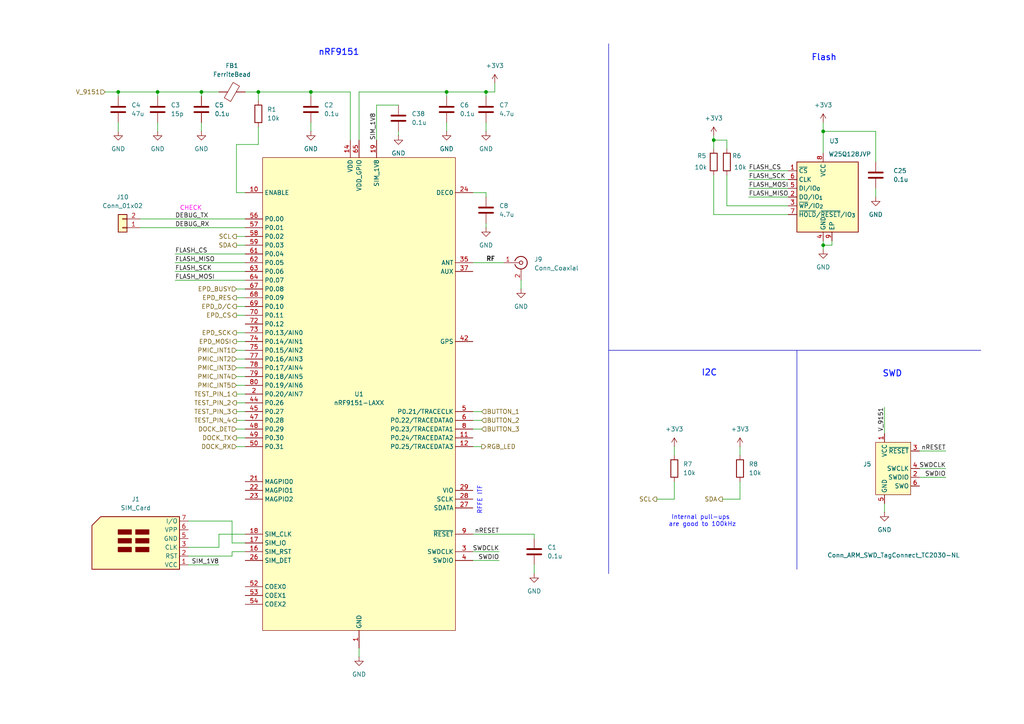
<source format=kicad_sch>
(kicad_sch (version 20250114) (generator "eeschema") (generator_version "9.0")
  (paper "A4")
  (lib_symbols
    (symbol "Connector:Conn_ARM_SWD_TagConnect_TC2030-NL" (in_bom no)
      (property "Reference" "J" (at 2.54 11.43 0))
      (property "Value" "Conn_ARM_SWD_TagConnect_TC2030-NL" (at 2.54 8.89 0))
      (symbol "Conn_ARM_SWD_TagConnect_TC2030-NL_0_0"
        (pin power_in line (at -2.54 10.16 270) (length 2.54) (name "VCC") (number "1"))
        (pin power_in line (at -2.54 -10.16 90) (length 2.54) (name "GND") (number "5"))
        (pin open_collector line (at 7.62 5.08 180) (length 2.54) (name "~{RESET}") (number "3"))
        (pin output line (at 7.62 0 180) (length 2.54) (name "SWCLK") (number "4"))
        (pin bidirectional line (at 7.62 -2.54 180) (length 2.54) (name "SWDIO") (number "2"))
        (pin input line (at 7.62 -5.08 180) (length 2.54) (name "SWO") (number "6"))
      )
      (symbol "Conn_ARM_SWD_TagConnect_TC2030-NL_0_1"
        (rectangle (start -5.08 7.62) (end 5.08 -7.62) (fill (type background)))
      )
    )
    (symbol "Connector:Conn_Coaxial" (pin_names (offset 1.016) (hide yes))
      (property "Reference" "J" (at 0.254 3.048 0))
      (property "Value" "Conn_Coaxial" (at 2.921 0 90))
      (symbol "Conn_Coaxial_0_1"
        (polyline (pts (xy -2.54 0) (xy -0.508 0)))
        (arc (start 1.778 0) (mid 0.222 -1.8079) (end -1.778 -0.508) (stroke (width 0.254)))
        (arc (start -1.778 0.508) (mid 0.2221 1.8084) (end 1.778 0) (stroke (width 0.254)))
        (circle (center 0 0) (radius 0.508) (stroke (width 0.2032)))
        (polyline (pts (xy 0 -2.54) (xy 0 -1.778)))
      )
      (symbol "Conn_Coaxial_1_1"
        (pin passive line (at -5.08 0 0) (length 2.54) (name "In") (number "1"))
        (pin passive line (at 0 -5.08 90) (length 2.54) (name "Ext") (number "2"))
      )
    )
    (symbol "Connector:SIM_Card"
      (property "Reference" "J" (at -2.54 12.7 0))
      (property "Value" "SIM_Card" (at -1.27 10.16 0))
      (symbol "SIM_Card_0_1"
        (polyline (pts (xy -10.16 8.89) (xy 15.24 8.89) (xy 15.24 -3.81) (xy 12.7 -6.35) (xy -10.16 -6.35) (xy -10.16 8.89)) (stroke (width 0.254)) (fill (type background)))
        (rectangle (start -1.27 2.54) (end 2.54 3.81) (stroke (width 0.254)) (fill (type outline)))
        (rectangle (start -1.27 0) (end 2.54 1.27) (stroke (width 0.254)) (fill (type outline)))
        (rectangle (start -1.27 -2.54) (end 2.54 -1.27) (stroke (width 0.254)) (fill (type outline)))
        (rectangle (start 3.81 2.54) (end 7.62 3.81) (stroke (width 0.254)) (fill (type outline)))
        (rectangle (start 3.81 0) (end 7.62 1.27) (stroke (width 0.254)) (fill (type outline)))
        (rectangle (start 3.81 -1.27) (end 7.62 -2.54) (stroke (width 0.254)) (fill (type outline)))
      )
      (symbol "SIM_Card_1_1"
        (pin power_in line (at -12.7 7.62 0) (length 2.54) (name "VCC") (number "1"))
        (pin input line (at -12.7 5.08 0) (length 2.54) (name "RST") (number "2"))
        (pin input line (at -12.7 2.54 0) (length 2.54) (name "CLK") (number "3"))
        (pin power_in line (at -12.7 0 0) (length 2.54) (name "GND") (number "5"))
        (pin input line (at -12.7 -2.54 0) (length 2.54) (name "VPP") (number "6"))
        (pin bidirectional line (at -12.7 -5.08 0) (length 2.54) (name "I/O") (number "7"))
      )
    )
    (symbol "Connector_Generic:Conn_01x02" (pin_names (offset 1.016) (hide yes))
      (property "Reference" "J" (at 0 2.54 0))
      (property "Value" "Conn_01x02" (at 0 -5.08 0))
      (symbol "Conn_01x02_1_1"
        (rectangle (start -1.27 1.27) (end 1.27 -3.81) (stroke (width 0.254)) (fill (type background)))
        (rectangle (start -1.27 0.127) (end 0 -0.127) (stroke (width 0.1524)))
        (rectangle (start -1.27 -2.413) (end 0 -2.667) (stroke (width 0.1524)))
        (pin passive line (at -5.08 0 0) (length 3.81) (name "Pin_1") (number "1"))
        (pin passive line (at -5.08 -2.54 0) (length 3.81) (name "Pin_2") (number "2"))
      )
    )
    (symbol "Device:C" (pin_numbers (hide yes)) (pin_names (offset 0.254))
      (property "Reference" "C" (at 0.635 2.54 0))
      (property "Value" "C" (at 0.635 -2.54 0))
      (symbol "C_0_1"
        (polyline (pts (xy -2.032 0.762) (xy 2.032 0.762)) (stroke (width 0.508)))
        (polyline (pts (xy -2.032 -0.762) (xy 2.032 -0.762)) (stroke (width 0.508)))
      )
      (symbol "C_1_1"
        (pin passive line (at 0 3.81 270) (length 2.794) (name "~") (number "1"))
        (pin passive line (at 0 -3.81 90) (length 2.794) (name "~") (number "2"))
      )
    )
    (symbol "Device:FerriteBead" (pin_numbers (hide yes)) (pin_names (offset 0))
      (property "Reference" "FB" (at -3.81 0.635 90))
      (property "Value" "FerriteBead" (at 3.81 0 90))
      (symbol "FerriteBead_0_1"
        (polyline (pts (xy -2.7686 0.4064) (xy -1.7018 2.2606) (xy 2.7686 -0.3048) (xy 1.6764 -2.159) (xy -2.7686 0.4064)))
        (polyline (pts (xy 0 1.27) (xy 0 1.2954)))
        (polyline (pts (xy 0 -1.27) (xy 0 -1.2192)))
      )
      (symbol "FerriteBead_1_1"
        (pin passive line (at 0 3.81 270) (length 2.54) (name "~") (number "1"))
        (pin passive line (at 0 -3.81 90) (length 2.54) (name "~") (number "2"))
      )
    )
    (symbol "Device:R" (pin_numbers (hide yes)) (pin_names (offset 0))
      (property "Reference" "R" (at 2.032 0 90))
      (property "Value" "R" (at 0 0 90))
      (symbol "R_0_1"
        (rectangle (start -1.016 -2.54) (end 1.016 2.54) (stroke (width 0.254)))
      )
      (symbol "R_1_1"
        (pin passive line (at 0 3.81 270) (length 1.27) (name "~") (number "1"))
        (pin passive line (at 0 -3.81 90) (length 1.27) (name "~") (number "2"))
      )
    )
    (symbol "Memory_Flash:W25Q128JVP"
      (property "Reference" "U" (at -6.35 11.43 0))
      (property "Value" "W25Q128JVP" (at 7.62 11.43 0))
      (symbol "W25Q128JVP_0_1"
        (rectangle (start -7.62 10.16) (end 10.16 -10.16) (stroke (width 0.254)) (fill (type background)))
      )
      (symbol "W25Q128JVP_1_1"
        (pin input line (at -10.16 7.62 0) (length 2.54) (name "~{CS}") (number "1"))
        (pin input line (at -10.16 5.08 0) (length 2.54) (name "CLK") (number "6"))
        (pin bidirectional line (at -10.16 2.54 0) (length 2.54) (name "DI/IO_{0}") (number "5"))
        (pin bidirectional line (at -10.16 0 0) (length 2.54) (name "DO/IO_{1}") (number "2"))
        (pin bidirectional line (at -10.16 -2.54 0) (length 2.54) (name "~{WP}/IO_{2}") (number "3"))
        (pin bidirectional line (at -10.16 -5.08 0) (length 2.54) (name "~{HOLD}/~{RESET}/IO_{3}") (number "7"))
        (pin power_in line (at 0 12.7 270) (length 2.54) (name "VCC") (number "8"))
        (pin power_in line (at 0 -12.7 90) (length 2.54) (name "GND") (number "4"))
        (pin passive line (at 2.54 -12.7 90) (length 2.54) (name "EP") (number "9"))
      )
    )
    (symbol "nordic-lib-kicad-nrf9:nRF9151-LAXX"
      (property "Reference" "U" (at 0 0 0))
      (property "Value" "nRF9151-LAXX" (at 0 -2.54 0))
      (symbol "nRF9151-LAXX_0_0"
        (pin input line (at -33.02 58.42 0) (length 5.08) (name "ENABLE") (number "10"))
        (pin bidirectional line (at -33.02 48.26 0) (length 5.08) (name "P0.01") (number "57"))
        (pin bidirectional line (at -33.02 45.72 0) (length 5.08) (name "P0.02") (number "58"))
        (pin bidirectional line (at -33.02 43.18 0) (length 5.08) (name "P0.03") (number "59"))
        (pin bidirectional line (at -33.02 40.64 0) (length 5.08) (name "P0.04") (number "61"))
        (pin bidirectional line (at -33.02 38.1 0) (length 5.08) (name "P0.05") (number "62"))
        (pin bidirectional line (at -33.02 35.56 0) (length 5.08) (name "P0.06") (number "63"))
        (pin bidirectional line (at -33.02 33.02 0) (length 5.08) (name "P0.07") (number "64"))
        (pin bidirectional line (at -33.02 30.48 0) (length 5.08) (name "P0.08") (number "67"))
        (pin bidirectional line (at -33.02 27.94 0) (length 5.08) (name "P0.09") (number "68"))
        (pin bidirectional line (at -33.02 25.4 0) (length 5.08) (name "P0.10") (number "69"))
        (pin bidirectional line (at -33.02 22.86 0) (length 5.08) (name "P0.11") (number "70"))
        (pin bidirectional line (at -33.02 20.32 0) (length 5.08) (name "P0.12") (number "72"))
        (pin bidirectional line (at -33.02 17.78 0) (length 5.08) (name "P0.13/AIN0") (number "73"))
        (pin bidirectional line (at -33.02 15.24 0) (length 5.08) (name "P0.14/AIN1") (number "74"))
        (pin bidirectional line (at -33.02 12.7 0) (length 5.08) (name "P0.15/AIN2") (number "75"))
        (pin bidirectional line (at -33.02 10.16 0) (length 5.08) (name "P0.16/AIN3") (number "77"))
        (pin bidirectional line (at -33.02 7.62 0) (length 5.08) (name "P0.17/AIN4") (number "78"))
        (pin bidirectional line (at -33.02 5.08 0) (length 5.08) (name "P0.18/AIN5") (number "79"))
        (pin bidirectional line (at -33.02 2.54 0) (length 5.08) (name "P0.19/AIN6") (number "80"))
        (pin bidirectional line (at -33.02 0 0) (length 5.08) (name "P0.20/AIN7") (number "2"))
        (pin bidirectional line (at -33.02 -2.54 0) (length 5.08) (name "P0.26") (number "44"))
        (pin bidirectional line (at -33.02 -5.08 0) (length 5.08) (name "P0.27") (number "45"))
        (pin bidirectional line (at -33.02 -7.62 0) (length 5.08) (name "P0.28") (number "47"))
        (pin bidirectional line (at -33.02 -10.16 0) (length 5.08) (name "P0.29") (number "48"))
        (pin bidirectional line (at -33.02 -12.7 0) (length 5.08) (name "P0.30") (number "49"))
        (pin bidirectional line (at -33.02 -15.24 0) (length 5.08) (name "P0.31") (number "50"))
        (pin bidirectional line (at -33.02 -25.4 0) (length 5.08) (name "MAGPIO0") (number "21"))
        (pin bidirectional line (at -33.02 -27.94 0) (length 5.08) (name "MAGPIO1") (number "22"))
        (pin bidirectional line (at -33.02 -30.48 0) (length 5.08) (name "MAGPIO2") (number "23"))
        (pin bidirectional line (at -33.02 -40.64 0) (length 5.08) (name "SIM_CLK") (number "18"))
        (pin bidirectional line (at -33.02 -43.18 0) (length 5.08) (name "SIM_IO") (number "17"))
        (pin bidirectional line (at -33.02 -45.72 0) (length 5.08) (name "SIM_RST") (number "16"))
        (pin bidirectional line (at -33.02 -48.26 0) (length 5.08) (name "SIM_DET") (number "26"))
        (pin bidirectional line (at -33.02 -55.88 0) (length 5.08) (name "COEX0") (number "52"))
        (pin bidirectional line (at -33.02 -58.42 0) (length 5.08) (name "COEX1") (number "53"))
        (pin bidirectional line (at -33.02 -60.96 0) (length 5.08) (name "COEX2") (number "54"))
        (pin no_connect line (at -25.4 -68.58 90) (length 5.08) (hide yes) (name "NC") (number "97"))
        (pin no_connect line (at -22.86 -68.58 90) (length 5.08) (hide yes) (name "NC") (number "88"))
        (pin no_connect line (at -20.32 -68.58 90) (length 5.08) (hide yes) (name "NC") (number "89"))
        (pin no_connect line (at -17.78 -68.58 90) (length 5.08) (hide yes) (name "NC") (number "90"))
        (pin no_connect line (at -15.24 -68.58 90) (length 5.08) (hide yes) (name "NC") (number "91"))
        (pin no_connect line (at -12.7 -68.58 90) (length 5.08) (hide yes) (name "NC") (number "92"))
        (pin no_connect line (at -10.16 -68.58 90) (length 5.08) (hide yes) (name "NC") (number "93"))
        (pin no_connect line (at -7.62 -68.58 90) (length 5.08) (hide yes) (name "NC") (number "94"))
        (pin no_connect line (at -5.08 -68.58 90) (length 5.08) (hide yes) (name "NC") (number "95"))
        (pin power_in line (at -2.54 73.66 270) (length 5.08) (name "VDD") (number "14"))
        (pin no_connect line (at -2.54 -68.58 90) (length 5.08) (hide yes) (name "NC") (number "96"))
        (pin power_in line (at 0 73.66 270) (length 5.08) (name "VDD_GPIO") (number "65"))
        (pin passive line (at 0 -73.66 90) (length 5.08) (hide yes) (name "GND") (number "105"))
        (pin passive line (at 0 -73.66 90) (length 5.08) (hide yes) (name "GND") (number "106"))
        (pin passive line (at 0 -73.66 90) (length 5.08) (hide yes) (name "GND") (number "107"))
        (pin passive line (at 0 -73.66 90) (length 5.08) (hide yes) (name "GND") (number "108"))
        (pin passive line (at 0 -73.66 90) (length 5.08) (hide yes) (name "GND") (number "109"))
        (pin passive line (at 0 -73.66 90) (length 5.08) (hide yes) (name "GND") (number "110"))
        (pin passive line (at 0 -73.66 90) (length 5.08) (hide yes) (name "GND") (number "111"))
        (pin passive line (at 0 -73.66 90) (length 5.08) (hide yes) (name "GND") (number "112"))
        (pin passive line (at 0 -73.66 90) (length 5.08) (hide yes) (name "GND") (number "113"))
        (pin passive line (at 0 -73.66 90) (length 5.08) (hide yes) (name "GND") (number "13"))
        (pin passive line (at 0 -73.66 90) (length 5.08) (hide yes) (name "GND") (number "15"))
        (pin passive line (at 0 -73.66 90) (length 5.08) (hide yes) (name "GND") (number "20"))
        (pin passive line (at 0 -73.66 90) (length 5.08) (hide yes) (name "GND") (number "25"))
        (pin passive line (at 0 -73.66 90) (length 5.08) (hide yes) (name "GND") (number "30"))
        (pin passive line (at 0 -73.66 90) (length 5.08) (hide yes) (name "GND") (number "34"))
        (pin passive line (at 0 -73.66 90) (length 5.08) (hide yes) (name "GND") (number "36"))
        (pin passive line (at 0 -73.66 90) (length 5.08) (hide yes) (name "GND") (number "38"))
        (pin passive line (at 0 -73.66 90) (length 5.08) (hide yes) (name "GND") (number "39"))
        (pin passive line (at 0 -73.66 90) (length 5.08) (hide yes) (name "GND") (number "40"))
        (pin passive line (at 0 -73.66 90) (length 5.08) (hide yes) (name "GND") (number "41"))
        (pin passive line (at 0 -73.66 90) (length 5.08) (hide yes) (name "GND") (number "43"))
        (pin passive line (at 0 -73.66 90) (length 5.08) (hide yes) (name "GND") (number "46"))
        (pin passive line (at 0 -73.66 90) (length 5.08) (hide yes) (name "GND") (number "51"))
        (pin passive line (at 0 -73.66 90) (length 5.08) (hide yes) (name "GND") (number "55"))
        (pin passive line (at 0 -73.66 90) (length 5.08) (hide yes) (name "GND") (number "60"))
        (pin passive line (at 0 -73.66 90) (length 5.08) (hide yes) (name "GND") (number "66"))
        (pin passive line (at 0 -73.66 90) (length 5.08) (hide yes) (name "GND") (number "7"))
        (pin passive line (at 0 -73.66 90) (length 5.08) (hide yes) (name "GND") (number "71"))
        (pin passive line (at 0 -73.66 90) (length 5.08) (hide yes) (name "GND") (number "76"))
        (pin power_in line (at 5.08 73.66 270) (length 5.08) (name "SIM_1V8") (number "19"))
        (pin no_connect line (at 10.16 -68.58 90) (length 5.08) (hide yes) (name "NC") (number "81"))
        (pin no_connect line (at 12.7 -68.58 90) (length 5.08) (hide yes) (name "NC") (number "82"))
        (pin no_connect line (at 15.24 -68.58 90) (length 5.08) (hide yes) (name "NC") (number "83"))
        (pin no_connect line (at 17.78 -68.58 90) (length 5.08) (hide yes) (name "NC") (number "84"))
        (pin no_connect line (at 20.32 -68.58 90) (length 5.08) (hide yes) (name "NC") (number "85"))
        (pin no_connect line (at 22.86 -68.58 90) (length 5.08) (hide yes) (name "NC") (number "86"))
        (pin no_connect line (at 25.4 -68.58 90) (length 5.08) (hide yes) (name "NC") (number "87"))
        (pin no_connect line (at 27.94 -50.8 180) (length 5.08) (hide yes) (name "NC") (number "102"))
        (pin no_connect line (at 27.94 -53.34 180) (length 5.08) (hide yes) (name "NC") (number "103"))
        (pin no_connect line (at 27.94 -55.88 180) (length 5.08) (hide yes) (name "NC") (number "104"))
        (pin no_connect line (at 27.94 -58.42 180) (length 5.08) (hide yes) (name "NC") (number "101"))
        (pin no_connect line (at 27.94 -60.96 180) (length 5.08) (hide yes) (name "NC") (number "100"))
        (pin no_connect line (at 27.94 -63.5 180) (length 5.08) (hide yes) (name "NC") (number "99"))
        (pin no_connect line (at 27.94 -66.04 180) (length 5.08) (hide yes) (name "NC") (number "98"))
        (pin passive line (at 33.02 58.42 180) (length 5.08) (name "DEC0") (number "24"))
        (pin bidirectional line (at 33.02 38.1 180) (length 5.08) (name "ANT") (number "35"))
        (pin bidirectional line (at 33.02 35.56 180) (length 5.08) (name "AUX") (number "37"))
        (pin power_in line (at 33.02 -27.94 180) (length 5.08) (name "VIO") (number "29"))
        (pin bidirectional line (at 33.02 -30.48 180) (length 5.08) (name "SCLK") (number "28"))
        (pin bidirectional line (at 33.02 -33.02 180) (length 5.08) (name "SDATA") (number "27"))
      )
      (symbol "nRF9151-LAXX_1_0"
        (pin bidirectional line (at -33.02 50.8 0) (length 5.08) (name "P0.00") (number "56"))
        (pin power_in line (at 0 -73.66 90) (length 5.08) (name "GND") (number "1"))
        (pin no_connect line (at 2.54 -68.58 90) (length 5.08) (hide yes) (name "NC") (number "31"))
        (pin no_connect line (at 5.08 -68.58 90) (length 5.08) (hide yes) (name "NC") (number "32"))
        (pin no_connect line (at 7.62 -68.58 90) (length 5.08) (hide yes) (name "NC") (number "33"))
        (pin input line (at 33.02 15.24 180) (length 5.08) (name "GPS") (number "42"))
        (pin bidirectional line (at 33.02 -5.08 180) (length 5.08) (name "P0.21/TRACECLK") (number "5"))
        (pin bidirectional line (at 33.02 -7.62 180) (length 5.08) (name "P0.22/TRACEDATA0") (number "6"))
        (pin bidirectional line (at 33.02 -10.16 180) (length 5.08) (name "P0.23/TRACEDATA1") (number "8"))
        (pin bidirectional line (at 33.02 -12.7 180) (length 5.08) (name "P0.24/TRACEDATA2") (number "11"))
        (pin bidirectional line (at 33.02 -15.24 180) (length 5.08) (name "P0.25/TRACEDATA3") (number "12"))
        (pin input line (at 33.02 -40.64 180) (length 5.08) (name "~{RESET}") (number "9"))
        (pin input line (at 33.02 -45.72 180) (length 5.08) (name "SWDCLK") (number "3"))
        (pin bidirectional line (at 33.02 -48.26 180) (length 5.08) (name "SWDIO") (number "4"))
      )
      (symbol "nRF9151-LAXX_1_1"
        (rectangle (start -27.94 68.58) (end 27.94 -68.58) (fill (type background)))
      )
    )
    (symbol "power:+3V3" (power) (pin_numbers (hide yes)) (pin_names (offset 0) (hide yes))
      (property "Value" "+3V3" (at 0 3.556 0))
      (symbol "+3V3_0_1"
        (polyline (pts (xy -0.762 1.27) (xy 0 2.54)))
        (polyline (pts (xy 0 2.54) (xy 0.762 1.27)))
        (polyline (pts (xy 0 0) (xy 0 2.54)))
      )
      (symbol "+3V3_1_1"
        (pin power_in line (at 0 0 90) (length 0) (name "~") (number "1"))
      )
    )
    (symbol "power:GND" (power) (pin_numbers (hide yes)) (pin_names (offset 0) (hide yes))
      (property "Value" "GND" (at 0 -3.81 0))
      (symbol "GND_0_1"
        (polyline (pts (xy 0 0) (xy 0 -1.27) (xy 1.27 -1.27) (xy 0 -2.54) (xy -1.27 -1.27) (xy 0 -1.27)))
      )
      (symbol "GND_1_1"
        (pin power_in line (at 0 0 270) (length 0) (name "~") (number "1"))
      )
    )
  )
  (text "CHECK" (at 55.372 60.452 0) (effects (font (size 1.27 1.27))))
  (text "SWD" (at 258.826 108.458 0) (effects (font (size 1.778 1.778) (thickness 0.254) (bold yes))))
  (text "I2C" (at 205.74 108.204 0) (effects (font (size 1.778 1.778) (thickness 0.254) (bold yes))))
  (text "nRF9151" (at 98.298 15.24 0) (effects (font (size 1.778 1.778) (thickness 0.254) (bold yes))))
  (text "Internal pull-ups \nare good to 100kHz" (at 203.708 151.13 0) (effects (font (size 1.27 1.27))))
  (text "Flash" (at 239.014 16.764 0) (effects (font (size 1.778 1.778) (thickness 0.254) (bold yes))))
  (text "RFFE ITF" (at 139.192 145.034 90) (effects (font (size 1.27 1.27))))
  (junction (at 74.93 26.67))
  (junction (at 238.76 71.12))
  (junction (at 34.29 26.67))
  (junction (at 140.97 26.67))
  (junction (at 90.17 26.67))
  (junction (at 207.01 40.64))
  (junction (at 58.42 26.67))
  (junction (at 129.54 26.67))
  (junction (at 238.76 38.1))
  (junction (at 45.72 26.67))
  (wire (pts (xy 217.17 49.53) (xy 228.6 49.53)))
  (wire (pts (xy 190.5 144.78) (xy 195.58 144.78)))
  (wire (pts (xy 68.58 68.58) (xy 71.12 68.58)))
  (wire (pts (xy 137.16 162.56) (xy 144.78 162.56)))
  (wire (pts (xy 67.31 151.13) (xy 67.31 157.48)))
  (wire (pts (xy 58.42 27.94) (xy 58.42 26.67)))
  (wire (pts (xy 63.5 158.75) (xy 63.5 154.94)))
  (wire (pts (xy 210.82 59.69) (xy 228.6 59.69)))
  (wire (pts (xy 67.31 157.48) (xy 71.12 157.48)))
  (wire (pts (xy 140.97 26.67) (xy 143.51 26.67)))
  (wire (pts (xy 129.54 26.67) (xy 129.54 27.94)))
  (wire (pts (xy 34.29 26.67) (xy 45.72 26.67)))
  (wire (pts (xy 140.97 35.56) (xy 140.97 38.1)))
  (wire (pts (xy 50.8 76.2) (xy 71.12 76.2)))
  (wire (pts (xy 238.76 69.85) (xy 238.76 71.12)))
  (wire (pts (xy 238.76 35.56) (xy 238.76 38.1)))
  (wire (pts (xy 68.58 91.44) (xy 71.12 91.44)))
  (wire (pts (xy 217.17 52.07) (xy 228.6 52.07)))
  (wire (pts (xy 129.54 35.56) (xy 129.54 38.1)))
  (wire (pts (xy 30.48 26.67) (xy 34.29 26.67)))
  (wire (pts (xy 68.58 96.52) (xy 71.12 96.52)))
  (wire (pts (xy 154.94 156.21) (xy 154.94 154.94)))
  (wire (pts (xy 90.17 26.67) (xy 90.17 27.94)))
  (wire (pts (xy 67.31 161.29) (xy 67.31 160.02)))
  (wire (pts (xy 140.97 26.67) (xy 140.97 27.94)))
  (wire (pts (xy 54.61 161.29) (xy 67.31 161.29)))
  (wire (pts (xy 74.93 36.83) (xy 74.93 41.91)))
  (wire (pts (xy 238.76 38.1) (xy 254 38.1)))
  (wire (pts (xy 137.16 55.88) (xy 140.97 55.88)))
  (wire (pts (xy 68.58 55.88) (xy 71.12 55.88)))
  (wire (pts (xy 68.58 83.82) (xy 71.12 83.82)))
  (wire (pts (xy 195.58 139.7) (xy 195.58 144.78)))
  (wire (pts (xy 54.61 163.83) (xy 63.5 163.83)))
  (wire (pts (xy 129.54 26.67) (xy 140.97 26.67)))
  (wire (pts (xy 68.58 88.9) (xy 71.12 88.9)))
  (wire (pts (xy 68.58 104.14) (xy 71.12 104.14)))
  (wire (pts (xy 210.82 40.64) (xy 210.82 43.18)))
  (wire (pts (xy 143.51 24.13) (xy 143.51 26.67)))
  (wire (pts (xy 195.58 129.54) (xy 195.58 132.08)))
  (wire (pts (xy 207.01 39.37) (xy 207.01 40.64)))
  (wire (pts (xy 115.57 38.1) (xy 115.57 39.37)))
  (wire (pts (xy 68.58 109.22) (xy 71.12 109.22)))
  (wire (pts (xy 214.63 139.7) (xy 214.63 144.78)))
  (wire (pts (xy 90.17 35.56) (xy 90.17 38.1)))
  (wire (pts (xy 207.01 50.8) (xy 207.01 62.23)))
  (wire (pts (xy 137.16 76.2) (xy 146.05 76.2)))
  (wire (pts (xy 137.16 121.92) (xy 139.7 121.92)))
  (polyline (pts (xy 176.53 101.6) (xy 284.48 101.6)))
  (wire (pts (xy 68.58 101.6) (xy 71.12 101.6)))
  (wire (pts (xy 101.6 40.64) (xy 101.6 26.67)))
  (wire (pts (xy 209.55 144.78) (xy 214.63 144.78)))
  (wire (pts (xy 254 38.1) (xy 254 46.99)))
  (wire (pts (xy 68.58 86.36) (xy 71.12 86.36)))
  (wire (pts (xy 104.14 187.96) (xy 104.14 190.5)))
  (wire (pts (xy 104.14 40.64) (xy 104.14 26.67)))
  (wire (pts (xy 54.61 158.75) (xy 63.5 158.75)))
  (wire (pts (xy 45.72 35.56) (xy 45.72 38.1)))
  (wire (pts (xy 68.58 99.06) (xy 71.12 99.06)))
  (wire (pts (xy 254 54.61) (xy 254 57.15)))
  (wire (pts (xy 45.72 26.67) (xy 58.42 26.67)))
  (wire (pts (xy 207.01 40.64) (xy 207.01 43.18)))
  (wire (pts (xy 241.3 69.85) (xy 241.3 71.12)))
  (wire (pts (xy 238.76 71.12) (xy 238.76 72.39)))
  (wire (pts (xy 68.58 111.76) (xy 71.12 111.76)))
  (wire (pts (xy 68.58 124.46) (xy 71.12 124.46)))
  (wire (pts (xy 241.3 71.12) (xy 238.76 71.12)))
  (wire (pts (xy 63.5 154.94) (xy 71.12 154.94)))
  (wire (pts (xy 45.72 26.67) (xy 45.72 27.94)))
  (wire (pts (xy 54.61 151.13) (xy 67.31 151.13)))
  (wire (pts (xy 68.58 116.84) (xy 71.12 116.84)))
  (wire (pts (xy 137.16 129.54) (xy 139.7 129.54)))
  (wire (pts (xy 74.93 41.91) (xy 68.58 41.91)))
  (polyline (pts (xy 231.14 101.6) (xy 231.14 165.1)))
  (wire (pts (xy 90.17 26.67) (xy 101.6 26.67)))
  (wire (pts (xy 214.63 129.54) (xy 214.63 132.08)))
  (wire (pts (xy 109.22 30.48) (xy 109.22 40.64)))
  (wire (pts (xy 217.17 57.15) (xy 228.6 57.15)))
  (wire (pts (xy 266.7 130.81) (xy 274.32 130.81)))
  (wire (pts (xy 68.58 121.92) (xy 71.12 121.92)))
  (wire (pts (xy 137.16 119.38) (xy 139.7 119.38)))
  (wire (pts (xy 50.8 73.66) (xy 71.12 73.66)))
  (wire (pts (xy 207.01 62.23) (xy 228.6 62.23)))
  (wire (pts (xy 58.42 35.56) (xy 58.42 38.1)))
  (wire (pts (xy 266.7 135.89) (xy 274.32 135.89)))
  (wire (pts (xy 109.22 30.48) (xy 115.57 30.48)))
  (wire (pts (xy 68.58 114.3) (xy 71.12 114.3)))
  (wire (pts (xy 74.93 26.67) (xy 74.93 29.21)))
  (polyline (pts (xy 176.53 12.7) (xy 176.53 166.37)))
  (wire (pts (xy 137.16 124.46) (xy 139.7 124.46)))
  (wire (pts (xy 140.97 55.88) (xy 140.97 57.15)))
  (wire (pts (xy 217.17 54.61) (xy 228.6 54.61)))
  (wire (pts (xy 34.29 26.67) (xy 34.29 27.94)))
  (wire (pts (xy 68.58 71.12) (xy 71.12 71.12)))
  (wire (pts (xy 67.31 160.02) (xy 71.12 160.02)))
  (wire (pts (xy 151.13 81.28) (xy 151.13 83.82)))
  (wire (pts (xy 207.01 40.64) (xy 210.82 40.64)))
  (wire (pts (xy 40.64 66.04) (xy 71.12 66.04)))
  (wire (pts (xy 40.64 63.5) (xy 71.12 63.5)))
  (wire (pts (xy 68.58 129.54) (xy 71.12 129.54)))
  (wire (pts (xy 256.54 146.05) (xy 256.54 148.59)))
  (wire (pts (xy 137.16 154.94) (xy 154.94 154.94)))
  (wire (pts (xy 74.93 26.67) (xy 90.17 26.67)))
  (wire (pts (xy 256.54 118.11) (xy 256.54 125.73)))
  (wire (pts (xy 266.7 138.43) (xy 274.32 138.43)))
  (wire (pts (xy 140.97 64.77) (xy 140.97 66.04)))
  (wire (pts (xy 34.29 35.56) (xy 34.29 38.1)))
  (wire (pts (xy 137.16 160.02) (xy 144.78 160.02)))
  (wire (pts (xy 68.58 119.38) (xy 71.12 119.38)))
  (wire (pts (xy 104.14 26.67) (xy 129.54 26.67)))
  (wire (pts (xy 238.76 38.1) (xy 238.76 44.45)))
  (wire (pts (xy 154.94 163.83) (xy 154.94 166.37)))
  (wire (pts (xy 50.8 78.74) (xy 71.12 78.74)))
  (wire (pts (xy 50.8 81.28) (xy 71.12 81.28)))
  (wire (pts (xy 58.42 26.67) (xy 63.5 26.67)))
  (wire (pts (xy 71.12 26.67) (xy 74.93 26.67)))
  (wire (pts (xy 68.58 106.68) (xy 71.12 106.68)))
  (wire (pts (xy 68.58 127) (xy 71.12 127)))
  (wire (pts (xy 68.58 41.91) (xy 68.58 55.88)))
  (wire (pts (xy 210.82 59.69) (xy 210.82 50.8)))
  (label "SWDIO" (at 144.78 162.56 180))
  (label "FLASH_SCK" (at 50.8 78.74 0))
  (label "SIM_1V8" (at 109.22 40.64 90))
  (label "FLASH_CS" (at 50.8 73.66 0))
  (label "FLASH_MOSI" (at 50.8 81.28 0))
  (label "FLASH_SCK" (at 217.17 52.07 0))
  (label "V_9151" (at 256.54 118.11 270))
  (label "SWDIO" (at 274.32 138.43 180))
  (label "nRESET" (at 274.32 130.81 180))
  (label "SWDCLK" (at 274.32 135.89 180))
  (label "FLASH_MOSI" (at 217.17 54.61 0))
  (label "FLASH_MISO" (at 217.17 57.15 0))
  (label "FLASH_MISO" (at 50.8 76.2 0))
  (label "DEBUG_TX" (at 50.8 63.5 0))
  (label "FLASH_CS" (at 217.17 49.53 0))
  (label "SIM_1V8" (at 63.5 163.83 180))
  (label "RF" (at 140.97 76.2 0) (effects (font (thickness 0.254) (bold yes))))
  (label "SWDCLK" (at 144.78 160.02 180))
  (label "DEBUG_RX" (at 50.8 66.04 0))
  (label "nRESET" (at 144.78 154.94 180))
  (hierarchical_label "PMIC_INT5" (shape input) (at 68.58 111.76 180))
  (hierarchical_label "EPD_RES" (shape output) (at 68.58 86.36 180))
  (hierarchical_label "EPD_D{slash}C" (shape output) (at 68.58 88.9 180))
  (hierarchical_label "DOCK_RX" (shape input) (at 68.58 129.54 180))
  (hierarchical_label "DOCK_TX" (shape output) (at 68.58 127 180))
  (hierarchical_label "SDA" (shape output) (at 209.55 144.78 180))
  (hierarchical_label "TEST_PIN_3" (shape output) (at 68.58 119.38 180))
  (hierarchical_label "TEST_PIN_1" (shape output) (at 68.58 114.3 180))
  (hierarchical_label "SCL" (shape output) (at 68.58 68.58 180))
  (hierarchical_label "DOCK_DET" (shape input) (at 68.58 124.46 180))
  (hierarchical_label "TEST_PIN_2" (shape output) (at 68.58 116.84 180))
  (hierarchical_label "PMIC_INT4" (shape input) (at 68.58 109.22 180))
  (hierarchical_label "EPD_BUSY" (shape input) (at 68.58 83.82 180))
  (hierarchical_label "PMIC_INT3" (shape input) (at 68.58 106.68 180))
  (hierarchical_label "V_9151" (shape input) (at 30.48 26.67 180))
  (hierarchical_label "SDA" (shape output) (at 68.58 71.12 180))
  (hierarchical_label "BUTTON_3" (shape input) (at 139.7 124.46 0))
  (hierarchical_label "TEST_PIN_4" (shape output) (at 68.58 121.92 180))
  (hierarchical_label "RGB_LED" (shape output) (at 139.7 129.54 0))
  (hierarchical_label "BUTTON_2" (shape input) (at 139.7 121.92 0))
  (hierarchical_label "EPD_SCK" (shape output) (at 68.58 96.52 180))
  (hierarchical_label "EPD_MOSI" (shape output) (at 68.58 99.06 180))
  (hierarchical_label "EPD_CS" (shape output) (at 68.58 91.44 180))
  (hierarchical_label "PMIC_INT1" (shape input) (at 68.58 101.6 180))
  (hierarchical_label "BUTTON_1" (shape input) (at 139.7 119.38 0))
  (hierarchical_label "SCL" (shape output) (at 190.5 144.78 180))
  (hierarchical_label "PMIC_INT2" (shape input) (at 68.58 104.14 180))
  (symbol (lib_id "Memory_Flash:W25Q128JVP") (at 238.76 57.15 0) (unit 1)
    (property "Reference" "U3" (at 240.538 40.894 0) (effects (justify left)))
    (property "Value" "W25Q128JVP" (at 240.284 44.704 0) (effects (justify left)))
    (property "Footprint" "Package_SON:WSON-8-1EP_6x5mm_P1.27mm_EP3.4x4.3mm" (effects (hide yes)))
    (property "Datasheet" "https://www.winbond.com/resource-files/w25q128jv_dtr%20revc%2003272018%20plus.pdf" (effects (hide yes)))
    (property "Description" "128Mbit / 16MiB Serial Flash Memory, Standard/Dual/Quad SPI, 2.7-3.6V, WSON-8" (effects (hide yes)))
  )
  (symbol (lib_id "Device:C") (at 154.94 160.02 0) (unit 1)
    (property "Reference" "C1" (at 158.75 158.7499 0) (effects (justify left)))
    (property "Value" "0.1u" (at 158.75 161.2899 0) (effects (justify left)))
    (property "Footprint" "Capacitor_SMD:C_0603_1608Metric" (effects (hide yes)))
    (property "Description" "Unpolarized capacitor" (effects (hide yes)))
  )
  (symbol (lib_id "Device:R") (at 214.63 135.89 0) (unit 1)
    (property "Reference" "R8" (at 217.17 134.6199 0) (effects (justify left)))
    (property "Value" "10k" (at 217.17 137.1599 0) (effects (justify left)))
    (property "Footprint" "Resistor_SMD:R_0603_1608Metric" (effects (hide yes)))
    (property "Description" "Resistor" (effects (hide yes)))
  )
  (symbol (lib_id "Device:C") (at 140.97 31.75 0) (unit 1)
    (property "Reference" "C7" (at 144.78 30.4799 0) (effects (justify left)))
    (property "Value" "4.7u" (at 144.78 33.0199 0) (effects (justify left)))
    (property "Footprint" "Capacitor_SMD:C_0805_2012Metric" (effects (hide yes)))
    (property "Description" "Unpolarized capacitor" (effects (hide yes)))
  )
  (symbol (lib_id "power:GND") (at 45.72 38.1 0) (unit 1)
    (property "Reference" "#PWR06" (effects (hide yes)))
    (property "Value" "GND" (at 45.72 43.18 0))
    (property "Description" "Power symbol creates a global label with name \"GND\" , ground" (effects (hide yes)))
  )
  (symbol (lib_id "power:+3V3") (at 207.01 39.37 0) (unit 1)
    (property "Reference" "#PWR041" (effects (hide yes)))
    (property "Value" "+3V3" (at 207.01 34.29 0))
    (property "Description" "Power symbol creates a global label with name \"+3V3\"" (effects (hide yes)))
  )
  (symbol (lib_id "power:GND") (at 256.54 148.59 0) (unit 1)
    (property "Reference" "#PWR042" (effects (hide yes)))
    (property "Value" "GND" (at 256.54 153.67 0))
    (property "Description" "Power symbol creates a global label with name \"GND\" , ground" (effects (hide yes)))
  )
  (symbol (lib_id "Device:C") (at 254 50.8 0) (unit 1)
    (property "Reference" "C25" (at 259.08 49.5299 0) (effects (justify left)))
    (property "Value" "0.1u" (at 259.08 52.0699 0) (effects (justify left)))
    (property "Footprint" "Capacitor_SMD:C_0603_1608Metric" (effects (hide yes)))
    (property "Description" "Unpolarized capacitor" (effects (hide yes)))
  )
  (symbol (lib_id "power:GND") (at 90.17 38.1 0) (unit 1)
    (property "Reference" "#PWR05" (effects (hide yes)))
    (property "Value" "GND" (at 90.17 43.18 0))
    (property "Description" "Power symbol creates a global label with name \"GND\" , ground" (effects (hide yes)))
  )
  (symbol (lib_id "Device:C") (at 115.57 34.29 0) (unit 1)
    (property "Reference" "C38" (at 119.38 33.0199 0) (effects (justify left)))
    (property "Value" "0.1u" (at 119.38 35.5599 0) (effects (justify left)))
    (property "Footprint" "Capacitor_SMD:C_0603_1608Metric" (effects (hide yes)))
    (property "Description" "Unpolarized capacitor" (effects (hide yes)))
  )
  (symbol (lib_id "Device:C") (at 140.97 60.96 0) (unit 1)
    (property "Reference" "C8" (at 144.78 59.6899 0) (effects (justify left)))
    (property "Value" "4.7u" (at 144.78 62.2299 0) (effects (justify left)))
    (property "Footprint" "Capacitor_SMD:C_0805_2012Metric" (effects (hide yes)))
    (property "Description" "Unpolarized capacitor" (effects (hide yes)))
  )
  (symbol (lib_id "Device:FerriteBead") (at 67.31 26.67 90) (unit 1)
    (property "Reference" "FB1" (at 67.2592 19.05 90))
    (property "Value" "FerriteBead" (at 67.2592 21.59 90))
    (property "Footprint" "Inductor_SMD:L_0603_1608Metric" (effects (hide yes)))
    (property "Description" "Ferrite bead" (effects (hide yes)))
  )
  (symbol (lib_id "power:+3V3") (at 238.76 35.56 0) (unit 1)
    (property "Reference" "#PWR039" (effects (hide yes)))
    (property "Value" "+3V3" (at 238.76 30.48 0))
    (property "Description" "Power symbol creates a global label with name \"+3V3\"" (effects (hide yes)))
  )
  (symbol (lib_id "Device:R") (at 195.58 135.89 0) (unit 1)
    (property "Reference" "R7" (at 198.12 134.6199 0) (effects (justify left)))
    (property "Value" "10k" (at 198.12 137.1599 0) (effects (justify left)))
    (property "Footprint" "Resistor_SMD:R_0603_1608Metric" (effects (hide yes)))
    (property "Description" "Resistor" (effects (hide yes)))
  )
  (symbol (lib_id "power:+3V3") (at 143.51 24.13 0) (unit 1)
    (property "Reference" "#PWR011" (effects (hide yes)))
    (property "Value" "+3V3" (at 143.51 19.05 0))
    (property "Description" "Power symbol creates a global label with name \"+3V3\"" (effects (hide yes)))
  )
  (symbol (lib_id "power:GND") (at 140.97 66.04 0) (unit 1)
    (property "Reference" "#PWR012" (effects (hide yes)))
    (property "Value" "GND" (at 140.97 71.12 0))
    (property "Description" "Power symbol creates a global label with name \"GND\" , ground" (effects (hide yes)))
  )
  (symbol (lib_id "power:GND") (at 140.97 38.1 0) (unit 1)
    (property "Reference" "#PWR010" (effects (hide yes)))
    (property "Value" "GND" (at 140.97 43.18 0))
    (property "Description" "Power symbol creates a global label with name \"GND\" , ground" (effects (hide yes)))
  )
  (symbol (lib_id "Device:C") (at 90.17 31.75 0) (unit 1)
    (property "Reference" "C2" (at 93.98 30.4799 0) (effects (justify left)))
    (property "Value" "0.1u" (at 93.98 33.0199 0) (effects (justify left)))
    (property "Footprint" "Capacitor_SMD:C_0603_1608Metric" (effects (hide yes)))
    (property "Description" "Unpolarized capacitor" (effects (hide yes)))
  )
  (symbol (lib_id "Device:R") (at 74.93 33.02 0) (unit 1)
    (property "Reference" "R1" (at 77.47 31.7499 0) (effects (justify left)))
    (property "Value" "10k" (at 77.47 34.2899 0) (effects (justify left)))
    (property "Footprint" "Resistor_SMD:R_0603_1608Metric" (effects (hide yes)))
    (property "Description" "Resistor" (effects (hide yes)))
  )
  (symbol (lib_id "nordic-lib-kicad-nrf9:nRF9151-LAXX") (at 104.14 114.3 0) (unit 1)
    (property "Reference" "U1" (at 104.14 114.3 0))
    (property "Value" "nRF9151-LAXX" (at 104.14 116.84 0))
    (property "Footprint" "nordic-lib-kicad-nrf9:LGA_9151_12.1x11.1mm" (effects (hide yes)))
    (property "Datasheet" "https://docs.nordicsemi.com/bundle/ps_nrf9151/page/nRF9151_html5_keyfeatures.html" (effects (hide yes)))
    (property "Description" "LTE-M/NB-IoT/DECT-NR+ SiP, ARM Cortex-M33, GNSS, LGA-100" (effects (hide yes)))
  )
  (symbol (lib_id "Connector_Generic:Conn_01x02") (at 35.56 66.04 180) (unit 1)
    (property "Reference" "J10" (at 35.56 57.15 0))
    (property "Value" "Conn_01x02" (at 35.56 59.69 0))
    (property "Description" "Generic connector, single row, 01x02, script generated (kicad-library-utils/schlib/autogen/connector/)" (effects (hide yes)))
  )
  (symbol (lib_id "Device:R") (at 207.01 46.99 0) (unit 1)
    (property "Reference" "R5" (at 202.184 45.212 0) (effects (justify left)))
    (property "Value" "10k" (at 201.422 48.514 0) (effects (justify left)))
    (property "Footprint" "Resistor_SMD:R_0603_1608Metric" (effects (hide yes)))
    (property "Description" "Resistor" (effects (hide yes)))
  )
  (symbol (lib_id "Connector:SIM_Card") (at 41.91 156.21 180) (unit 1)
    (property "Reference" "J1" (at 39.37 144.78 0))
    (property "Value" "SIM_Card" (at 39.37 147.32 0))
    (property "Footprint" "Connector_Card:nanoSIM_GCT_SIM8060-6-0-14-00" (effects (hide yes)))
    (property "Description" "SIM Card" (effects (hide yes)))
  )
  (symbol (lib_id "power:+3V3") (at 195.58 129.54 0) (unit 1)
    (property "Reference" "#PWR081" (effects (hide yes)))
    (property "Value" "+3V3" (at 195.58 124.46 0))
    (property "Description" "Power symbol creates a global label with name \"+3V3\"" (effects (hide yes)))
  )
  (symbol (lib_id "Device:C") (at 58.42 31.75 0) (unit 1)
    (property "Reference" "C5" (at 62.23 30.4799 0) (effects (justify left)))
    (property "Value" "0.1u" (at 62.23 33.0199 0) (effects (justify left)))
    (property "Footprint" "Capacitor_SMD:C_0603_1608Metric" (effects (hide yes)))
    (property "Description" "Unpolarized capacitor" (effects (hide yes)))
  )
  (symbol (lib_id "power:GND") (at 58.42 38.1 0) (unit 1)
    (property "Reference" "#PWR01" (effects (hide yes)))
    (property "Value" "GND" (at 58.42 43.18 0))
    (property "Description" "Power symbol creates a global label with name \"GND\" , ground" (effects (hide yes)))
  )
  (symbol (lib_id "power:GND") (at 238.76 72.39 0) (unit 1)
    (property "Reference" "#PWR038" (effects (hide yes)))
    (property "Value" "GND" (at 238.76 77.47 0))
    (property "Description" "Power symbol creates a global label with name \"GND\" , ground" (effects (hide yes)))
  )
  (symbol (lib_id "Device:C") (at 34.29 31.75 0) (unit 1)
    (property "Reference" "C4" (at 38.1 30.4799 0) (effects (justify left)))
    (property "Value" "47u" (at 38.1 33.0199 0) (effects (justify left)))
    (property "Footprint" "Capacitor_SMD:C_0805_2012Metric" (effects (hide yes)))
    (property "Description" "Unpolarized capacitor" (effects (hide yes)))
  )
  (symbol (lib_id "power:GND") (at 34.29 38.1 0) (unit 1)
    (property "Reference" "#PWR07" (effects (hide yes)))
    (property "Value" "GND" (at 34.29 43.18 0))
    (property "Description" "Power symbol creates a global label with name \"GND\" , ground" (effects (hide yes)))
  )
  (symbol (lib_id "Connector:Conn_ARM_SWD_TagConnect_TC2030-NL") (at 259.08 135.89 0) (unit 1) (in_bom no)
    (property "Reference" "J5" (at 252.73 134.6199 0) (effects (justify right)))
    (property "Value" "Conn_ARM_SWD_TagConnect_TC2030-NL" (at 278.384 161.036 0) (effects (justify right)))
    (property "Footprint" "Connector:Tag-Connect_TC2030-IDC-NL_2x03_P1.27mm_Vertical" (effects (hide yes)))
    (property "Datasheet" "https://www.tag-connect.com/wp-content/uploads/bsk-pdf-manager/TC2030-CTX_1.pdf" (effects (hide yes)))
    (property "Description" "Tag-Connect ARM Cortex SWD JTAG connector, 6 pin, no legs" (effects (hide yes)))
  )
  (symbol (lib_id "power:GND") (at 254 57.15 0) (unit 1)
    (property "Reference" "#PWR040" (effects (hide yes)))
    (property "Value" "GND" (at 254 62.23 0))
    (property "Description" "Power symbol creates a global label with name \"GND\" , ground" (effects (hide yes)))
  )
  (symbol (lib_id "power:GND") (at 154.94 166.37 0) (unit 1)
    (property "Reference" "#PWR03" (effects (hide yes)))
    (property "Value" "GND" (at 154.94 171.45 0))
    (property "Description" "Power symbol creates a global label with name \"GND\" , ground" (effects (hide yes)))
  )
  (symbol (lib_id "Device:C") (at 45.72 31.75 0) (unit 1)
    (property "Reference" "C3" (at 49.53 30.4799 0) (effects (justify left)))
    (property "Value" "15p" (at 49.53 33.0199 0) (effects (justify left)))
    (property "Footprint" "Capacitor_SMD:C_0603_1608Metric" (effects (hide yes)))
    (property "Description" "Unpolarized capacitor" (effects (hide yes)))
  )
  (symbol (lib_id "power:GND") (at 104.14 190.5 0) (unit 1)
    (property "Reference" "#PWR02" (effects (hide yes)))
    (property "Value" "GND" (at 104.14 195.58 0))
    (property "Description" "Power symbol creates a global label with name \"GND\" , ground" (effects (hide yes)))
  )
  (symbol (lib_id "Device:R") (at 210.82 46.99 0) (unit 1)
    (property "Reference" "R6" (at 212.344 45.212 0) (effects (justify left)))
    (property "Value" "10k" (at 212.852 48.514 0) (effects (justify left)))
    (property "Footprint" "Resistor_SMD:R_0603_1608Metric" (effects (hide yes)))
    (property "Description" "Resistor" (effects (hide yes)))
  )
  (symbol (lib_id "power:GND") (at 151.13 83.82 0) (unit 1)
    (property "Reference" "#PWR08" (effects (hide yes)))
    (property "Value" "GND" (at 151.13 88.9 0))
    (property "Description" "Power symbol creates a global label with name \"GND\" , ground" (effects (hide yes)))
  )
  (symbol (lib_id "power:GND") (at 115.57 39.37 0) (unit 1)
    (property "Reference" "#PWR080" (effects (hide yes)))
    (property "Value" "GND" (at 115.57 44.45 0))
    (property "Description" "Power symbol creates a global label with name \"GND\" , ground" (effects (hide yes)))
  )
  (symbol (lib_id "Device:C") (at 129.54 31.75 0) (unit 1)
    (property "Reference" "C6" (at 133.35 30.4799 0) (effects (justify left)))
    (property "Value" "0.1u" (at 133.35 33.0199 0) (effects (justify left)))
    (property "Footprint" "Capacitor_SMD:C_0603_1608Metric" (effects (hide yes)))
    (property "Description" "Unpolarized capacitor" (effects (hide yes)))
  )
  (symbol (lib_id "power:GND") (at 129.54 38.1 0) (unit 1)
    (property "Reference" "#PWR09" (effects (hide yes)))
    (property "Value" "GND" (at 129.54 43.18 0))
    (property "Description" "Power symbol creates a global label with name \"GND\" , ground" (effects (hide yes)))
  )
  (symbol (lib_id "Connector:Conn_Coaxial") (at 151.13 76.2 0) (unit 1)
    (property "Reference" "J9" (at 154.94 75.2231 0) (effects (justify left)))
    (property "Value" "Conn_Coaxial" (at 154.94 77.7631 0) (effects (justify left)))
    (property "Footprint" "Connector_Coaxial:U.FL_Molex_MCRF_73412-0110_Vertical" (effects (hide yes)))
    (property "Description" "coaxial connector (BNC, SMA, SMB, SMC, Cinch/RCA, LEMO, ...)" (effects (hide yes)))
  )
  (symbol (lib_id "power:+3V3") (at 214.63 129.54 0) (unit 1)
    (property "Reference" "#PWR082" (effects (hide yes)))
    (property "Value" "+3V3" (at 214.63 124.46 0))
    (property "Description" "Power symbol creates a global label with name \"+3V3\"" (effects (hide yes)))
  )
)
</source>
